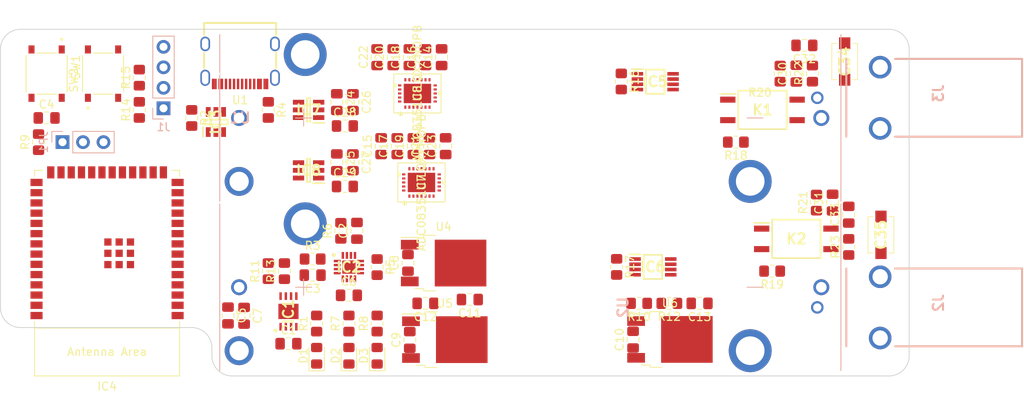
<source format=kicad_pcb>
(kicad_pcb (version 20211014) (generator pcbnew)
  (layers (0 "F.Cu" signal) (1 "In1.Cu" signal) (2 "In2.Cu" signal) (31 "B.Cu" signal) (34 "B.Paste" user) (35 "F.Paste" user) (36 "B.SilkS" user "B.Silkscreen") (37 "F.SilkS" user "F.Silkscreen") (38 "B.Mask" user) (39 "F.Mask" user) (44 "Edge.Cuts" user))
  (net 0 "")
  (net 1 "/USB_D-")
  (net 2 "GND")
  (net 3 "/USB_D+")
  (net 4 "Net-(C1-Pad2)")
  (net 5 "/Vbat")
  (net 6 "+5V")
  (net 7 "Net-(IC2-Pad4)")
  (net 8 "+3V3")
  (net 9 "/ENABLE")
  (net 10 "+3.3VA")
  (net 11 "Net-(C28-Pad1)")
  (net 12 "Net-(C29-Pad1)")
  (net 13 "Net-(C30-Pad1)")
  (net 14 "Net-(C31-Pad1)")
  (net 15 "Net-(C32-Pad1)")
  (net 16 "/Charging")
  (net 17 "/Alarm")
  (net 20 "/SDA")
  (net 21 "/SCL")
  (net 22 "Net-(IC2-Pad1)")
  (net 23 "Net-(IC2-Pad12)")
  (net 24 "Net-(IC2-Pad16)")
  (net 25 "Net-(IC3-Pad4)")
  (net 26 "Net-(IC3-Pad6)")
  (net 27 "/CH1_D0")
  (net 28 "/CH1_D1")
  (net 29 "Net-(R1-Pad1)")
  (net 30 "/CH1_D2")
  (net 32 "Net-(R2-Pad1)")
  (net 34 "/CH1_D3")
  (net 35 "/RX0")
  (net 36 "/TX0")
  (net 40 "/CH1_D4")
  (net 41 "/CH1_D5")
  (net 42 "Net-(R4-Pad1)")
  (net 43 "Net-(D1-Pad2)")
  (net 44 "Net-(D2-Pad2)")
  (net 45 "Net-(IC2-Pad6)")
  (net 46 "/CH1_D6")
  (net 47 "/CH1_D7")
  (net 48 "/I2S_CLK")
  (net 49 "/CH2_D0")
  (net 50 "Net-(D3-Pad2)")
  (net 51 "/LOG")
  (net 52 "/CH2_D1")
  (net 53 "/CH2_D2")
  (net 54 "/CH2_D3")
  (net 55 "/MOSI")
  (net 56 "/SCLK")
  (net 57 "/CH2_D4")
  (net 58 "/CH2_D5")
  (net 59 "/CH2_D6")
  (net 60 "/CH2_D7")
  (net 61 "/VSPI")
  (net 62 "/BOOT")
  (net 66 "/CH1_Gnd_Sel")
  (net 67 "/CH2_Gnd_Sel")
  (net 68 "/CS_A")
  (net 69 "/CS_B")
  (net 70 "Net-(IC5-Pad1)")
  (net 72 "Net-(R10-Pad1)")
  (net 73 "Net-(C24-Pad1)")
  (net 74 "Net-(C25-Pad1)")
  (net 75 "Net-(C33-Pad1)")
  (net 76 "Net-(C34-Pad1)")
  (net 77 "Net-(C35-Pad1)")
  (net 78 "Net-(IC6-Pad1)")
  (net 82 "/RX")
  (net 83 "/TX")
  (net 84 "Net-(C10-Pad1)")
  (net 85 "Net-(K1-Pad2)")
  (net 86 "Net-(K2-Pad2)")
  (net 101 "Net-(D2-Pad1)")
  (footprint "project_library:JZ300" (layer "F.Cu") (at 132 94 90)
    (fp_text reference "C34" (at 0 0 90) (layer "F.SilkS") (effects (font (size 1.27 1.27) (thickness 0.254))))
    (fp_text value "5.5p-30p var" hide)
    (pad "1" smd rect (at -2.2625 0 90) (size 1.475 1.4) (layers "F.Cu" "F.Paste" "F.Mask") (net 76 "Net-(C34-Pad1)"))
    (pad "2" smd rect (at 2.2625 0 90) (size 1.475 1.4) (layers "F.Cu" "F.Paste" "F.Mask") (net 15 "Net-(C32-Pad1)"))
  )
  (footprint "project_library:MCP6S91-E_MS" (layer "F.Cu") (at 108.5 96.5)
    (fp_text reference "IC5" (at 0 0) (layer "F.SilkS") (effects (font (size 1.27 1.27) (thickness 0.254))))
    (fp_text value "MCP6S91-E_MS" hide)
    (pad "1" smd rect (at -2.212 -0.975 90) (size 0.45 1.425) (layers "F.Cu" "F.Paste" "F.Mask") (net 70 "Net-(IC5-Pad1)"))
    (pad "2" smd rect (at -2.212 -0.325 90) (size 0.45 1.425) (layers "F.Cu" "F.Paste" "F.Mask"))
    (pad "3" smd rect (at -2.212 0.325 90) (size 0.45 1.425) (layers "F.Cu" "F.Paste" "F.Mask") (net 2 "GND"))
    (pad "4" smd rect (at -2.212 0.975 90) (size 0.45 1.425) (layers "F.Cu" "F.Paste" "F.Mask") (net 2 "GND"))
    (pad "5" smd rect (at 2.212 0.975 90) (size 0.45 1.425) (layers "F.Cu" "F.Paste" "F.Mask") (net 68 "/CS_A"))
    (pad "6" smd rect (at 2.212 0.325 90) (size 0.45 1.425) (layers "F.Cu" "F.Paste" "F.Mask") (net 55 "/MOSI"))
    (pad "7" smd rect (at 2.212 -0.325 90) (size 0.45 1.425) (layers "F.Cu" "F.Paste" "F.Mask") (net 56 "/SCLK"))
    (pad "8" smd rect (at 2.212 -0.975 90) (size 0.45 1.425) (layers "F.Cu" "F.Paste" "F.Mask") (net 8 "+3V3"))
  )
  (footprint "Capacitor_SMD:C_0805_2012Metric_Pad1.18x1.45mm_HandSolder" (layer "F.Cu") (at 80 124 180)
    (fp_text reference "C12" (at 0 -1.68) (layer "F.SilkS"))
    (fp_text value "10u")
    (pad "1" smd roundrect (at -1.0375 0 180) (size 1.175 1.45) (layers "F.Cu" "F.Paste" "F.Mask") (roundrect_rratio 0.212766) (net 10 "+3.3VA"))
    (pad "2" smd roundrect (at 1.0375 0 180) (size 1.175 1.45) (layers "F.Cu" "F.Paste" "F.Mask") (roundrect_rratio 0.212766) (net 2 "GND"))
  )
  (footprint "Capacitor_SMD:C_0805_2012Metric_Pad1.18x1.45mm_HandSolder" (layer "F.Cu") (at 55.5 125.5 -90)
    (fp_text reference "C5" (at 0 -1.68 90) (layer "F.SilkS"))
    (fp_text value "22u")
    (pad "1" smd roundrect (at -1.0375 0 270) (size 1.175 1.45) (layers "F.Cu" "F.Paste" "F.Mask") (roundrect_rratio 0.212766) (net 8 "+3V3"))
    (pad "2" smd roundrect (at 1.0375 0 270) (size 1.175 1.45) (layers "F.Cu" "F.Paste" "F.Mask") (roundrect_rratio 0.212766) (net 2 "GND"))
  )
  (footprint "project_library:ADC08351CILQX" (layer "F.Cu") (at 79 97.9625 90)
    (fp_text reference "U8" (at 0 0 90) (layer "F.SilkS"))
    (fp_text value "ADC08351CILQX/NOPB" (at 0 0 90) (layer "F.SilkS"))
    (fp_text user "*" (at -2.535 -1.75 90) (layer "F.SilkS"))
    (fp_text user "*" (at -2.535 -1.75 90) (layer "F.SilkS"))
    (pad "1" smd rect (at -1.700002 -1.5 180) (size 0.25 0.4) (layers "F.Cu" "F.Mask") (net 49 "/CH2_D0"))
    (pad "2" smd rect (at -1.700002 -1.000001 180) (size 0.25 0.4) (layers "F.Cu" "F.Mask") (net 52 "/CH2_D1"))
    (pad "3" smd rect (at -1.700002 -0.499999 180) (size 0.25 0.4) (layers "F.Cu" "F.Mask") (net 53 "/CH2_D2"))
    (pad "4" smd rect (at -1.700002 0 180) (size 0.25 0.4) (layers "F.Cu" "F.Mask") (net 54 "/CH2_D3"))
    (pad "5" smd rect (at -1.700002 0.499999 180) (size 0.25 0.4) (layers "F.Cu" "F.Mask") (net 57 "/CH2_D4"))
    (pad "6" smd rect (at -1.700002 1.000001 180) (size 0.25 0.4) (layers "F.Cu" "F.Mask") (net 58 "/CH2_D5"))
    (pad "7" smd rect (at -1.700002 1.5 180) (size 0.25 0.4) (layers "F.Cu" "F.Mask") (net 59 "/CH2_D6"))
    (pad "8" smd rect (at -1.000001 2.200001 90) (size 0.25 0.4) (layers "F.Cu" "F.Mask") (net 60 "/CH2_D7"))
    (pad "9" smd rect (at -0.499999 2.200001 90) (size 0.25 0.4) (layers "F.Cu" "F.Mask"))
    (pad "10" smd rect (at 0 2.200001 90) (size 0.25 0.4) (layers "F.Cu" "F.Mask") (net 8 "+3V3"))
    (pad "11" smd rect (at 0.499999 2.200001 90) (size 0.25 0.4) (layers "F.Cu" "F.Mask") (net 48 "/I2S_CLK"))
    (pad "12" smd rect (at 1.000001 2.200001 90) (size 0.25 0.4) (layers "F.Cu" "F.Mask") (net 8 "+3V3"))
    (pad "13" smd rect (at 1.700002 1.5 180) (size 0.25 0.4) (layers "F.Cu" "F.Mask"))
    (pad "14" smd rect (at 1.700002 1.000001 180) (size 0.25 0.4) (layers "F.Cu" "F.Mask") (net 10 "+3.3VA"))
    (pad "15" smd rect (at 1.700002 0.499999 180) (size 0.25 0.4) (layers "F.Cu" "F.Mask") (net 2 "GND"))
    (pad "16" smd rect (at 1.700002 0 180) (size 0.25 0.4) (layers "F.Cu" "F.Mask") (net 10 "+3.3VA"))
    (pad "17" smd rect (at 1.700002 -0.499999 180) (size 0.25 0.4) (layers "F.Cu" "F.Mask"))
    (pad "18" smd rect (at 1.700002 -1.000001 180) (size 0.25 0.4) (layers "F.Cu" "F.Mask") (net 2 "GND"))
    (pad "19" smd rect (at 1.700002 -1.5 180) (size 0.25 0.4) (layers "F.Cu" "F.Mask") (net 2 "GND"))
    (pad "20" smd rect (at 1.000001 -2.200001 90) (size 0.25 0.4) (layers "F.Cu" "F.Mask"))
    (pad "21" smd rect (at 0.499999 -2.200001 90) (size 0.25 0.4) (layers "F.Cu" "F.Mask") (net 2 "GND"))
    (pad "22" smd rect (at 0 -2.200001 90) (size 0.25 0.4) (layers "F.Cu" "F.Mask") (net 2 "GND"))
    (pad "23" smd rect (at -0.499999 -2.200001 90) (size 0.25 0.4) (layers "F.Cu" "F.Mask") (net 2 "GND"))
    (pad "24" smd rect (at -1.000001 -2.200001 90) (size 0.25 0.4) (layers "F.Cu" "F.Mask"))
    (pad "25" smd rect (at 0 0 90) (size 2.4 3.400001) (layers "F.Cu" "F.Mask"))
  )
  (footprint "Resistor_SMD:R_0805_2012Metric_Pad1.20x1.40mm_HandSolder" (layer "F.Cu") (at 62.5 120 90)
    (fp_text reference "R13" (at 0 -1.65 90) (layer "F.SilkS"))
    (fp_text value "5k")
    (pad "1" smd roundrect (at -1 0 90) (size 1.2 1.4) (layers "F.Cu" "F.Paste" "F.Mask") (roundrect_rratio 0.208333) (net 20 "/SDA"))
    (pad "2" smd roundrect (at 1 0 90) (size 1.2 1.4) (layers "F.Cu" "F.Paste" "F.Mask") (roundrect_rratio 0.208333) (net 8 "+3V3"))
  )
  (footprint "project_library:ESP32-S3-WROOM-1" (layer "F.Cu") (at 40.5 117.25 180)
    (fp_text reference "IC4" (at 0 -17.05) (layer "F.SilkS"))
    (fp_text value "ESP32-S3-WROOM-1-N16")
    (fp_text user "Antenna Area" (at 0 -12.75) (layer "F.SilkS"))
    (pad "1" smd rect (at -8.75 -8.26 180) (size 1.5 0.9) (layers "F.Cu" "F.Paste" "F.Mask") (net 2 "GND"))
    (pad "2" smd rect (at -8.75 -6.99 180) (size 1.5 0.9) (layers "F.Cu" "F.Paste" "F.Mask") (net 8 "+3V3"))
    (pad "3" smd rect (at -8.75 -5.72 180) (size 1.5 0.9) (layers "F.Cu" "F.Paste" "F.Mask") (net 9 "/ENABLE"))
    (pad "4" smd rect (at -8.75 -4.45 180) (size 1.5 0.9) (layers "F.Cu" "F.Paste" "F.Mask") (net 47 "/CH1_D7"))
    (pad "5" smd rect (at -8.75 -3.18 180) (size 1.5 0.9) (layers "F.Cu" "F.Paste" "F.Mask") (net 46 "/CH1_D6"))
    (pad "6" smd rect (at -8.75 -1.91 180) (size 1.5 0.9) (layers "F.Cu" "F.Paste" "F.Mask") (net 41 "/CH1_D5"))
    (pad "7" smd rect (at -8.75 -0.64 180) (size 1.5 0.9) (layers "F.Cu" "F.Paste" "F.Mask") (net 40 "/CH1_D4"))
    (pad "8" smd rect (at -8.75 0.63 180) (size 1.5 0.9) (layers "F.Cu" "F.Paste" "F.Mask") (net 34 "/CH1_D3"))
    (pad "9" smd rect (at -8.75 1.9 180) (size 1.5 0.9) (layers "F.Cu" "F.Paste" "F.Mask") (net 30 "/CH1_D2"))
    (pad "10" smd rect (at -8.75 3.17 180) (size 1.5 0.9) (layers "F.Cu" "F.Paste" "F.Mask") (net 28 "/CH1_D1"))
    (pad "11" smd rect (at -8.75 4.44 180) (size 1.5 0.9) (layers "F.Cu" "F.Paste" "F.Mask") (net 27 "/CH1_D0"))
    (pad "12" smd rect (at -8.75 5.71 180) (size 1.5 0.9) (layers "F.Cu" "F.Paste" "F.Mask") (net 48 "/I2S_CLK"))
    (pad "13" smd rect (at -8.75 6.98 180) (size 1.5 0.9) (layers "F.Cu" "F.Paste" "F.Mask") (net 1 "/USB_D-"))
    (pad "14" smd rect (at -8.75 8.25 180) (size 1.5 0.9) (layers "F.Cu" "F.Paste" "F.Mask") (net 3 "/USB_D+"))
    (pad "15" smd rect (at -6.985 9.5 270) (size 1.5 0.9) (layers "F.Cu" "F.Paste" "F.Mask") (net 60 "/CH2_D7"))
    (pad "16" smd rect (at -5.715 9.5 270) (size 1.5 0.9) (layers "F.Cu" "F.Paste" "F.Mask") (net 51 "/LOG"))
    (pad "17" smd rect (at -4.445 9.5 270) (size 1.5 0.9) (layers "F.Cu" "F.Paste" "F.Mask") (net 59 "/CH2_D6"))
    (pad "18" smd rect (at -3.175 9.5 270) (size 1.5 0.9) (layers "F.Cu" "F.Paste" "F.Mask") (net 58 "/CH2_D5"))
    (pad "19" smd rect (at -1.905 9.5 270) (size 1.5 0.9) (layers "F.Cu" "F.Paste" "F.Mask") (net 55 "/MOSI"))
    (pad "20" smd rect (at -0.635 9.5 270) (size 1.5 0.9) (layers "F.Cu" "F.Paste" "F.Mask") (net 56 "/SCLK"))
    (pad "21" smd rect (at 0.635 9.5 270) (size 1.5 0.9) (layers "F.Cu" "F.Paste" "F.Mask") (net 57 "/CH2_D4"))
    (pad "22" smd rect (at 1.905 9.5 270) (size 1.5 0.9) (layers "F.Cu" "F.Paste" "F.Mask") (net 54 "/CH2_D3"))
    (pad "23" smd rect (at 3.175 9.5 270) (size 1.5 0.9) (layers "F.Cu" "F.Paste" "F.Mask") (net 53 "/CH2_D2"))
    (pad "24" smd rect (at 4.445 9.5 270) (size 1.5 0.9) (layers "F.Cu" "F.Paste" "F.Mask") (net 52 "/CH2_D1"))
    (pad "25" smd rect (at 5.715 9.5 270) (size 1.5 0.9) (layers "F.Cu" "F.Paste" "F.Mask") (net 49 "/CH2_D0"))
    (pad "26" smd rect (at 6.985 9.5 270) (size 1.5 0.9) (layers "F.Cu" "F.Paste" "F.Mask") (net 61 "/VSPI"))
    (pad "27" smd rect (at 8.75 8.25) (size 1.5 0.9) (layers "F.Cu" "F.Paste" "F.Mask") (net 62 "/BOOT"))
    (pad "28" smd rect (at 8.75 6.98) (size 1.5 0.9) (layers "F.Cu" "F.Paste" "F.Mask"))
    (pad "29" smd rect (at 8.75 5.71) (size 1.5 0.9) (layers "F.Cu" "F.Paste" "F.Mask"))
    (pad "30" smd rect (at 8.75 4.44) (size 1.5 0.9) (layers "F.Cu" "F.Paste" "F.Mask"))
    (pad "31" smd rect (at 8.75 3.17) (size 1.5 0.9) (layers "F.Cu" "F.Paste" "F.Mask") (net 66 "/CH1_Gnd_Sel"))
    (pad "32" smd rect (at 8.75 1.9) (size 1.5 0.9) (layers "F.Cu" "F.Paste" "F.Mask") (net 67 "/CH2_Gnd_Sel"))
    (pad "33" smd rect (at 8.75 0.63) (size 1.5 0.9) (layers "F.Cu" "F.Paste" "F.Mask") (net 68 "/CS_A"))
    (pad "34" smd rect (at 8.75 -0.64) (size 1.5 0.9) (layers "F.Cu" "F.Paste" "F.Mask") (net 69 "/CS_B"))
    (pad "35" smd rect (at 8.75 -1.91) (size 1.5 0.9) (layers "F.Cu" "F.Paste" "F.Mask") (net 16 "/Charging"))
    (pad "36" smd rect (at 8.75 -3.18) (size 1.5 0.9) (layers "F.Cu" "F.Paste" "F.Mask") (net 35 "/RX0"))
    (pad "37" smd rect (at 8.75 -4.45) (size 1.5 0.9) (layers "F.Cu" "F.Paste" "F.Mask") (net 36 "/TX0"))
    (pad "38" smd rect (at 8.75 -5.72) (size 1.5 0.9) (layers "F.Cu" "F.Paste" "F.Mask") (net 21 "/SCL"))
    (pad "39" smd rect (at 8.75 -6.99) (size 1.5 0.9) (layers "F.Cu" "F.Paste" "F.Mask") (net 20 "/SDA"))
    (pad "40" smd rect (at 8.75 -8.26) (size 1.5 0.9) (layers "F.Cu" "F.Paste" "F.Mask") (net 2 "GND"))
    (pad "41" smd rect (at -0.1 -1.94) (size 0.9 0.9) (layers "F.Cu" "F.Paste" "F.Mask") (net 2 "GND"))
    (pad "41" smd rect (at -2.9 0.86) (size 0.9 0.9) (layers "F.Cu" "F.Paste" "F.Mask") (net 2 "GND"))
    (pad "41" smd rect (at -2.9 -1.94) (size 0.9 0.9) (layers "F.Cu" "F.Paste" "F.Mask") (net 2 "GND"))
    (pad "41" smd rect (at -0.1 0.86) (size 0.9 0.9) (layers "F.Cu" "F.Paste" "F.Mask") (net 2 "GND"))
    (pad "41" smd rect (at -2.9 -0.54) (size 0.9 0.9) (layers "F.Cu" "F.Paste" "F.Mask") (net 2 "GND"))
    (pad "41" smd rect (at -0.1 -0.54) (size 0.9 0.9) (layers "F.Cu" "F.Paste" "F.Mask") (net 2 "GND"))
    (pad "41" smd rect (at -1.5 0.86) (size 0.9 0.9) (layers "F.Cu" "F.Paste" "F.Mask") (net 2 "GND"))
    (pad "41" smd rect (at -1.5 -1.94) (size 0.9 0.9) (layers "F.Cu" "F.Paste" "F.Mask") (net 2 "GND"))
    (pad "41" smd rect (at -1.5 -0.54) (size 0.9 0.9) (layers "F.Cu" "F.Paste" "F.Mask") (net 2 "GND"))
  )
  (footprint "Capacitor_SMD:C_0805_2012Metric_Pad1.18x1.45mm_HandSolder" (layer "F.Cu") (at 70 109.5)
    (fp_text reference "C29" (at 0 -1.68) (layer "F.SilkS"))
    (fp_text value "0.1u")
    (pad "1" smd roundrect (at -1.0375 0) (size 1.175 1.45) (layers "F.Cu" "F.Paste" "F.Mask") (roundrect_rratio 0.212766) (net 12 "Net-(C29-Pad1)"))
    (pad "2" smd roundrect (at 1.0375 0) (size 1.175 1.45) (layers "F.Cu" "F.Paste" "F.Mask") (roundrect_rratio 0.212766) (net 2 "GND"))
  )
  (footprint "Capacitor_SMD:C_0805_2012Metric_Pad1.18x1.45mm_HandSolder" (layer "F.Cu") (at 76.5 104.5 90)
    (fp_text reference "C17" (at 0 -1.68 90) (layer "F.SilkS"))
    (fp_text value "10u")
    (pad "1" smd roundrect (at -1.0375 0 90) (size 1.175 1.45) (layers "F.Cu" "F.Paste" "F.Mask") (roundrect_rratio 0.212766) (net 8 "+3V3"))
    (pad "2" smd roundrect (at 1.0375 0 90) (size 1.175 1.45) (layers "F.Cu" "F.Paste" "F.Mask") (roundrect_rratio 0.212766) (net 2 "GND"))
  )
  (footprint "Resistor_SMD:R_0805_2012Metric_Pad1.20x1.40mm_HandSolder" (layer "F.Cu") (at 128.5 111.5 90)
    (fp_text reference "R21" (at 0 -1.65 90) (layer "F.SilkS"))
    (fp_text value "100k")
    (pad "1" smd roundrect (at -1 0 90) (size 1.2 1.4) (layers "F.Cu" "F.Paste" "F.Mask") (roundrect_rratio 0.208333) (net 14 "Net-(C31-Pad1)"))
    (pad "2" smd roundrect (at 1 0 90) (size 1.2 1.4) (layers "F.Cu" "F.Paste" "F.Mask") (roundrect_rratio 0.208333) (net 2 "GND"))
  )
  (footprint "Resistor_SMD:R_0805_2012Metric_Pad1.20x1.40mm_HandSolder" (layer "F.Cu") (at 60.5 100 -90)
    (fp_text reference "R4" (at 0 -1.65 90) (layer "F.SilkS"))
    (fp_text value "5k1")
    (pad "1" smd roundrect (at -1 0 270) (size 1.2 1.4) (layers "F.Cu" "F.Paste" "F.Mask") (roundrect_rratio 0.208333) (net 42 "Net-(R4-Pad1)"))
    (pad "2" smd roundrect (at 1 0 270) (size 1.2 1.4) (layers "F.Cu" "F.Paste" "F.Mask") (roundrect_rratio 0.208333) (net 2 "GND"))
  )
  (footprint "Resistor_SMD:R_0805_2012Metric_Pad1.20x1.40mm_HandSolder" (layer "F.Cu") (at 66 118.5)
    (fp_text reference "R3" (at 0 -1.65) (layer "F.SilkS"))
    (fp_text value "10k")
    (pad "1" smd roundrect (at -1 0) (size 1.2 1.4) (layers "F.Cu" "F.Paste" "F.Mask") (roundrect_rratio 0.208333) (net 2 "GND"))
    (pad "2" smd roundrect (at 1 0) (size 1.2 1.4) (layers "F.Cu" "F.Paste" "F.Mask") (roundrect_rratio 0.208333) (net 22 "Net-(IC2-Pad1)"))
  )
  (footprint "LED_SMD:LED_0805_2012Metric_Pad1.15x1.40mm_HandSolder" (layer "F.Cu") (at 66.5 130.5 90)
    (fp_text reference "D1" (at 0 -1.65 90) (layer "F.SilkS"))
    (fp_text value "LOW_BATTERY")
    (pad "1" smd roundrect (at -1.025 0 90) (size 1.15 1.4) (layers "F.Cu" "F.Paste" "F.Mask") (roundrect_rratio 0.217391) (net 2 "GND"))
    (pad "2" smd roundrect (at 1.025 0 90) (size 1.15 1.4) (layers "F.Cu" "F.Paste" "F.Mask") (roundrect_rratio 0.217391) (net 43 "Net-(D1-Pad2)"))
  )
  (footprint "Resistor_SMD:R_0805_2012Metric_Pad1.20x1.40mm_HandSolder" (layer "F.Cu") (at 124 95.5 90)
    (fp_text reference "R20" (at -2.35 -2.5) (layer "F.SilkS"))
    (fp_text value "100k")
    (pad "1" smd roundrect (at -1 0 90) (size 1.2 1.4) (layers "F.Cu" "F.Paste" "F.Mask") (roundrect_rratio 0.208333) (net 13 "Net-(C30-Pad1)"))
    (pad "2" smd roundrect (at 1 0 90) (size 1.2 1.4) (layers "F.Cu" "F.Paste" "F.Mask") (roundrect_rratio 0.208333) (net 2 "GND"))
  )
  (footprint "Resistor_SMD:R_0805_2012Metric_Pad1.20x1.40mm_HandSolder" (layer "F.Cu") (at 66.5 126.5 90)
    (fp_text reference "R1" (at 0 -1.65 90) (layer "F.SilkS"))
    (fp_text value "1k5")
    (pad "1" smd roundrect (at -1 0 90) (size 1.2 1.4) (layers "F.Cu" "F.Paste" "F.Mask") (roundrect_rratio 0.208333) (net 43 "Net-(D1-Pad2)"))
    (pad "2" smd roundrect (at 1 0 90) (size 1.2 1.4) (layers "F.Cu" "F.Paste" "F.Mask") (roundrect_rratio 0.208333) (net 17 "/Alarm"))
  )
  (footprint "Resistor_SMD:R_0805_2012Metric_Pad1.20x1.40mm_HandSolder" (layer "F.Cu") (at 74 126.5 90)
    (fp_text reference "R8" (at 0 -1.65 90) (layer "F.SilkS"))
    (fp_text value "1k5")
    (pad "1" smd roundrect (at -1 0 90) (size 1.2 1.4) (layers "F.Cu" "F.Paste" "F.Mask") (roundrect_rratio 0.208333) (net 50 "Net-(D3-Pad2)"))
    (pad "2" smd roundrect (at 1 0 90) (size 1.2 1.4) (layers "F.Cu" "F.Paste" "F.Mask") (roundrect_rratio 0.208333) (net 5 "/Vbat"))
  )
  (footprint "Capacitor_SMD:C_0805_2012Metric_Pad1.18x1.45mm_HandSolder" (layer "F.Cu") (at 77.825 118.975 90)
    (fp_text reference "C8" (at 0 -1.68 90) (layer "F.SilkS"))
    (fp_text value "10u")
    (pad "1" smd roundrect (at -1.0375 0 90) (size 1.175 1.45) (layers "F.Cu" "F.Paste" "F.Mask") (roundrect_rratio 0.212766) (net 84 "Net-(C10-Pad1)"))
    (pad "2" smd roundrect (at 1.0375 0 90) (size 1.175 1.45) (layers "F.Cu" "F.Paste" "F.Mask") (roundrect_rratio 0.212766) (net 2 "GND"))
  )
  (footprint "project_library:AQY210EHAX" (layer "F.Cu") (at 121.8 100)
    (fp_text reference "K1" (at 0 0) (layer "F.SilkS") (effects (font (size 1.27 1.27) (thickness 0.254))))
    (fp_text value "AQY210EHA" hide)
    (pad "1" smd rect (at -4.3 -1.27 90) (size 0.75 1.9) (layers "F.Cu" "F.Paste" "F.Mask") (net 66 "/CH1_Gnd_Sel"))
    (pad "2" smd rect (at -4.3 1.27 90) (size 0.75 1.9) (layers "F.Cu" "F.Paste" "F.Mask") (net 85 "Net-(K1-Pad2)"))
    (pad "3" smd rect (at 4.3 1.27 90) (size 0.75 1.9) (layers "F.Cu" "F.Paste" "F.Mask") (net 15 "Net-(C32-Pad1)"))
    (pad "4" smd rect (at 4.3 -1.27 90) (size 0.75 1.9) (layers "F.Cu" "F.Paste" "F.Mask") (net 13 "Net-(C30-Pad1)"))
  )
  (footprint "Resistor_SMD:R_0805_2012Metric_Pad1.20x1.40mm_HandSolder" (layer "F.Cu") (at 51 101 -90)
    (fp_text reference "R2" (at 0 -1.65 90) (layer "F.SilkS"))
    (fp_text value "5k1")
    (pad "1" smd roundrect (at -1 0 270) (size 1.2 1.4) (layers "F.Cu" "F.Paste" "F.Mask") (roundrect_rratio 0.208333) (net 32 "Net-(R2-Pad1)"))
    (pad "2" smd roundrect (at 1 0 270) (size 1.2 1.4) (layers "F.Cu" "F.Paste" "F.Mask") (roundrect_rratio 0.208333) (net 2 "GND"))
  )
  (footprint "project_library:JZ300" (layer "F.Cu") (at 136.5 115.5 90)
    (fp_text reference "C35" (at 0 0 90) (layer "F.SilkS") (effects (font (size 1.27 1.27) (thickness 0.254))))
    (fp_text value "5.5p-30p var" hide)
    (pad "1" smd rect (at -2.2625 0 90) (size 1.475 1.4) (layers "F.Cu" "F.Paste" "F.Mask") (net 77 "Net-(C35-Pad1)"))
    (pad "2" smd rect (at 2.2625 0 90) (size 1.475 1.4) (layers "F.Cu" "F.Paste" "F.Mask") (net 75 "Net-(C33-Pad1)"))
  )
  (footprint "Capacitor_SMD:C_0805_2012Metric_Pad1.18x1.45mm_HandSolder" (layer "F.Cu") (at 57.5 125.5375 -90)
    (fp_text reference "C7" (at 0 -1.68 90) (layer "F.SilkS"))
    (fp_text value "0.1u")
    (pad "1" smd roundrect (at -1.0375 0 270) (size 1.175 1.45) (layers "F.Cu" "F.Paste" "F.Mask") (roundrect_rratio 0.212766) (net 8 "+3V3"))
    (pad "2" smd roundrect (at 1.0375 0 270) (size 1.175 1.45) (layers "F.Cu" "F.Paste" "F.Mask") (roundrect_rratio 0.212766) (net 2 "GND"))
  )
  (footprint "project_library:USBLC6-2SC6" (layer "F.Cu") (at 54 101.5 90)
    (fp_text reference "IC3" (at 0 0 90) (layer "F.SilkS") (effects (font (size 1.27 1.27) (thickness 0.254))))
    (fp_text value "USBLC6-2SC6" hide)
    (pad "1" smd rect (at -1.25 -0.95 180) (size 0.6 1.2) (layers "F.Cu" "F.Paste" "F.Mask") (net 1 "/USB_D-"))
    (pad "2" smd rect (at -1.25 0 180) (size 0.6 1.2) (layers "F.Cu" "F.Paste" "F.Mask") (net 2 "GND"))
    (pad "3" smd rect (at -1.25 0.95 180) (size 0.6 1.2) (layers "F.Cu" "F.Paste" "F.Mask") (net 3 "/USB_D+"))
    (pad "4" smd rect (at 1.25 0.95 180) (size 0.6 1.2) (layers "F.Cu" "F.Paste" "F.Mask") (net 25 "Net-(IC3-Pad4)"))
    (pad "5" smd rect (at 1.25 0 180) (size 0.6 1.2) (layers "F.Cu" "F.Paste" "F.Mask") (net 6 "+5V"))
    (pad "6" smd rect (at 1.25 -0.95 180) (size 0.6 1.2) (layers "F.Cu" "F.Paste" "F.Mask") (net 26 "Net-(IC3-Pad6)"))
  )
  (footprint "Capacitor_SMD:C_0805_2012Metric_Pad1.18x1.45mm_HandSolder" (layer "F.Cu") (at 70.5 123)
    (fp_text reference "C6" (at 0 -1.68) (layer "F.SilkS"))
    (fp_text value "4u7")
    (pad "1" smd roundrect (at -1.0375 0) (size 1.175 1.45) (layers "F.Cu" "F.Paste" "F.Mask") (roundrect_rratio 0.212766) (net 5 "/Vbat"))
    (pad "2" smd roundrect (at 1.0375 0) (size 1.175 1.45) (layers "F.Cu" "F.Paste" "F.Mask") (roundrect_rratio 0.212766) (net 2 "GND"))
  )
  (footprint "Capacitor_SMD:C_0805_2012Metric_Pad1.18x1.45mm_HandSolder" (layer "F.Cu") (at 80.5 104.5 90)
    (fp_text reference "C21" (at 0 -1.68 90) (layer "F.SilkS"))
    (fp_text value "0.1u")
    (pad "1" smd roundrect (at -1.0375 0 90) (size 1.175 1.45) (layers "F.Cu" "F.Paste" "F.Mask") (roundrect_rratio 0.212766) (net 10 "+3.3VA"))
    (pad "2" smd roundrect (at 1.0375 0 90) (size 1.175 1.45) (layers "F.Cu" "F.Paste" "F.Mask") (roundrect_rratio 0.212766) (net 2 "GND"))
  )
  (footprint "Capacitor_SMD:C_0805_2012Metric_Pad1.18x1.45mm_HandSolder" (layer "F.Cu") (at 71 99.0375 -90)
    (fp_text reference "C26" (at 0 -1.68 90) (layer "F.SilkS"))
    (fp_text value "10u")
    (pad "1" smd roundrect (at -1.0375 0 270) (size 1.175 1.45) (layers "F.Cu" "F.Paste" "F.Mask") (roundrect_rratio 0.212766) (net 73 "Net-(C24-Pad1)"))
    (pad "2" smd roundrect (at 1.0375 0 270) (size 1.175 1.45) (layers "F.Cu" "F.Paste" "F.Mask") (roundrect_rratio 0.212766) (net 2 "GND"))
  )
  (footprint "Capacitor_SMD:C_0805_2012Metric_Pad1.18x1.45mm_HandSolder" (layer "F.Cu") (at 82 93.4625 90)
    (fp_text reference "C14" (at 0 -1.68 90) (layer "F.SilkS"))
    (fp_text value "0.1u")
    (pad "1" smd roundrect (at -1.0375 0 90) (size 1.175 1.45) (layers "F.Cu" "F.Paste" "F.Mask") (roundrect_rratio 0.212766) (net 8 "+3V3"))
    (pad "2" smd roundrect (at 1.0375 0 90) (size 1.175 1.45) (layers "F.Cu" "F.Paste" "F.Mask") (roundrect_rratio 0.212766) (net 2 "GND"))
  )
  (footprint "Resistor_SMD:R_0805_2012Metric_Pad1.20x1.40mm_HandSolder" (layer "F.Cu") (at 44.5 96 90)
    (fp_text reference "R15" (at 0 -1.65 90) (layer "F.SilkS"))
    (fp_text value "470")
    (pad "1" smd roundrect (at -1 0 90) (size 1.2 1.4) (layers "F.Cu" "F.Paste" "F.Mask") (roundrect_rratio 0.208333) (net 36 "/TX0"))
    (pad "2" smd roundrect (at 1 0 90) (size 1.2 1.4) (layers "F.Cu" "F.Paste" "F.Mask") (roundrect_rratio 0.208333) (net 83 "/TX"))
  )
  (footprint "Resistor_SMD:R_0805_2012Metric_Pad1.20x1.40mm_HandSolder" (layer "F.Cu") (at 103.712 119.475 -90)
    (fp_text reference "R17" (at 0 -1.65 90) (layer "F.SilkS"))
    (fp_text value "5k1")
    (pad "1" smd roundrect (at -1 0 270) (size 1.2 1.4) (layers "F.Cu" "F.Paste" "F.Mask") (roundrect_rratio 0.208333) (net 78 "Net-(IC6-Pad1)"))
    (pad "2" smd roundrect (at 1 0 270) (size 1.2 1.4) (layers "F.Cu" "F.Paste" "F.Mask") (roundrect_rratio 0.208333) (net 2 "GND"))
  )
  (footprint "Resistor_SMD:R_0805_2012Metric_Pad1.20x1.40mm_HandSolder" (layer "F.Cu") (at 44.5 100 90)
    (fp_text reference "R14" (at 0 -1.65 90) (layer "F.SilkS"))
    (fp_text value "470")
    (pad "1" smd roundrect (at -1 0 90) (size 1.2 1.4) (layers "F.Cu" "F.Paste" "F.Mask") (roundrect_rratio 0.208333) (net 35 "/RX0"))
    (pad "2" smd roundrect (at 1 0 90) (size 1.2 1.4) (layers "F.Cu" "F.Paste" "F.Mask") (roundrect_rratio 0.208333) (net 82 "/RX"))
  )
  (footprint "Capacitor_SMD:C_0805_2012Metric_Pad1.18x1.45mm_HandSolder" (layer "F.Cu") (at 105.75 128.5 90)
    (fp_text reference "C10" (at 0 -1.68 90) (layer "F.SilkS"))
    (fp_text value "10u")
    (pad "1" smd roundrect (at -1.0375 0 90) (size 1.175 1.45) (layers "F.Cu" "F.Paste" "F.Mask") (roundrect_rratio 0.212766) (net 84 "Net-(C10-Pad1)"))
    (pad "2" smd roundrect (at 1.0375 0 90) (size 1.175 1.45) (layers "F.Cu" "F.Paste" "F.Mask") (roundrect_rratio 0.212766) (net 2 "GND"))
  )
  (footprint "Capacitor_SMD:C_0805_2012Metric_Pad1.18x1.45mm_HandSolder" (layer "F.Cu") (at 76 93.4625 90)
    (fp_text reference "C20" (at 0 -1.68 90) (layer "F.SilkS"))
    (fp_text value "0.1u")
    (pad "1" smd roundrect (at -1.0375 0 90) (size 1.175 1.45) (layers "F.Cu" "F.Paste" "F.Mask") (roundrect_rratio 0.212766) (net 10 "+3.3VA"))
    (pad "2" smd roundrect (at 1.0375 0 90) (size 1.175 1.45) (layers "F.Cu" "F.Paste" "F.Mask") (roundrect_rratio 0.212766) (net 2 "GND"))
  )
  (footprint "Capacitor_SMD:C_0805_2012Metric_Pad1.18x1.45mm_HandSolder" (layer "F.Cu") (at 130.5 111.5 90)
    (fp_text reference "C31" (at 0 -1.68 90) (layer "F.SilkS"))
    (fp_text value "47n")
    (pad "1" smd roundrect (at -1.0375 0 90) (size 1.175 1.45) (layers "F.Cu" "F.Paste" "F.Mask") (roundrect_rratio 0.212766) (net 14 "Net-(C31-Pad1)"))
    (pad "2" smd roundrect (at 1.0375 0 90) (size 1.175 1.45) (layers "F.Cu" "F.Paste" "F.Mask") (roundrect_rratio 0.212766) (net 2 "GND"))
  )
  (footprint "Resistor_SMD:R_0805_2012Metric_Pad1.20x1.40mm_HandSolder" (layer "F.Cu") (at 123 120 180)
    (fp_text reference "R19" (at 0 -1.65) (layer "F.SilkS"))
    (fp_text value "1k")
    (pad "1" smd roundrect (at -1 0 180) (size 1.2 1.4) (layers "F.Cu" "F.Paste" "F.Mask") (roundrect_rratio 0.208333) (net 2 "GND"))
    (pad "2" smd roundrect (at 1 0 180) (size 1.2 1.4) (layers "F.Cu" "F.Paste" "F.Mask") (roundrect_rratio 0.208333) (net 86 "Net-(K2-Pad2)"))
  )
  (footprint "Capacitor_SMD:C_0805_2012Metric_Pad1.18x1.45mm_HandSolder" (layer "F.Cu") (at 69 99.0375 -90)
    (fp_text reference "C24" (at 0 -1.68 90) (layer "F.SilkS"))
    (fp_text value "0.1u")
    (pad "1" smd roundrect (at -1.0375 0 270) (size 1.175 1.45) (layers "F.Cu" "F.Paste" "F.Mask") (roundrect_rratio 0.212766) (net 73 "Net-(C24-Pad1)"))
    (pad "2" smd roundrect (at 1.0375 0 270) (size 1.175 1.45) (layers "F.Cu" "F.Paste" "F.Mask") (roundrect_rratio 0.212766) (net 2 "GND"))
  )
  (footprint "Capacitor_SMD:C_0805_2012Metric_Pad1.18x1.45mm_HandSolder" (layer "F.Cu") (at 78.5 104.5 90)
    (fp_text reference "C19" (at 0 -1.68 90) (layer "F.SilkS"))
    (fp_text value "0.1u")
    (pad "1" smd roundrect (at -1.0375 0 90) (size 1.175 1.45) (layers "F.Cu" "F.Paste" "F.Mask") (roundrect_rratio 0.212766) (net 10 "+3.3VA"))
    (pad "2" smd roundrect (at 1.0375 0 90) (size 1.175 1.45) (layers "F.Cu" "F.Paste" "F.Mask") (roundrect_rratio 0.212766) (net 2 "GND"))
  )
  (footprint "Capacitor_SMD:C_0805_2012Metric_Pad1.18x1.45mm_HandSolder" (layer "F.Cu") (at 78 93.4625 90)
    (fp_text reference "C18" (at 0 -1.68 90) (layer "F.SilkS"))
    (fp_text value "0.1u")
    (pad "1" smd roundrect (at -1.0375 0 90) (size 1.175 1.45) (layers "F.Cu" "F.Paste" "F.Mask") (roundrect_rratio 0.212766) (net 10 "+3.3VA"))
    (pad "2" smd roundrect (at 1.0375 0 90) (size 1.175 1.45) (layers "F.Cu" "F.Paste" "F.Mask") (roundrect_rratio 0.212766) (net 2 "GND"))
  )
  (footprint "project_library:AQY210EHAX" (layer "F.Cu") (at 126 116)
    (fp_text reference "K2" (at 0 0) (layer "F.SilkS") (effects (font (size 1.27 1.27) (thickness 0.254))))
    (fp_text value "AQY210EHA" hide)
    (pad "1" smd rect (at -4.3 -1.27 90) (size 0.75 1.9) (layers "F.Cu" "F.Paste" "F.Mask") (net 67 "/CH2_Gnd_Sel"))
    (pad "2" smd rect (at -4.3 1.27 90) (size 0.75 1.9) (layers "F.Cu" "F.Paste" "F.Mask") (net 86 "Net-(K2-Pad2)"))
    (pad "3" smd rect (at 4.3 1.27 90) (size 0.75 1.9) (layers "F.Cu" "F.Paste" "F.Mask") (net 75 "Net-(C33-Pad1)"))
    (pad "4" smd rect (at 4.3 -1.27 90) (size 0.75 1.9) (layers "F.Cu" "F.Paste" "F.Mask") (net 14 "Net-(C31-Pad1)"))
  )
  (footprint "project_library:MCP4726A1T-E_CH" (layer "F.Cu") (at 65.5 107.5 180)
    (fp_text reference "IC8" (at 0 0) (layer "F.SilkS") (effects (font (size 1.27 1.27) (thickness 0.254))))
    (fp_text value "MCP4726A1T-E_CH" hide)
    (pad "1" smd rect (at -1.25 -0.95 270) (size 0.6 1.4) (layers "F.Cu" "F.Paste" "F.Mask") (net 12 "Net-(C29-Pad1)"))
    (pad "2" smd rect (at -1.25 0 270) (size 0.6 1.4) (layers "F.Cu" "F.Paste" "F.Mask") (net 2 "GND"))
    (pad "3" smd rect (at -1.25 0.95 270) (size 0.6 1.4) (layers "F.Cu" "F.Paste" "F.Mask") (net 74 "Net-(C25-Pad1)"))
    (pad "4" smd rect (at 1.25 0.95 270) (size 0.6 1.4) (layers "F.Cu" "F.Paste" "F.Mask") (net 20 "/SDA"))
    (pad "5" smd rect (at 1.25 0 270) (size 0.6 1.4) (layers "F.Cu" "F.Paste" "F.Mask") (net 21 "/SCL"))
    (pad "6" smd rect (at 1.25 -0.95 270) (size 0.6 1.4) (layers "F.Cu" "F.Paste" "F.Mask"))
  )
  (footprint "Capacitor_SMD:C_0805_2012Metric_Pad1.18x1.45mm_HandSolder" (layer "F.Cu") (at 33 101)
    (fp_text reference "C4" (at 0 -1.68) (layer "F.SilkS"))
    (fp_text value "1u")
    (pad "1" smd roundrect (at -1.0375 0) (size 1.175 1.45) (layers "F.Cu" "F.Paste" "F.Mask") (roundrect_rratio 0.212766) (net 9 "/ENABLE"))
    (pad "2" smd roundrect (at 1.0375 0) (size 1.175 1.45) (layers "F.Cu" "F.Paste" "F.Mask") (roundrect_rratio 0.212766) (net 2 "GND"))
  )
  (footprint "Resistor_SMD:R_0805_2012Metric_Pad1.20x1.40mm_HandSolder" (layer "F.Cu") (at 60.5 120 90)
    (fp_text reference "R11" (at 0 -1.65 90) (layer "F.SilkS"))
    (fp_text value "5k")
    (pad "1" smd roundrect (at -1 0 90) (size 1.2 1.4) (layers "F.Cu" "F.Paste" "F.Mask") (roundrect_rratio 0.208333) (net 21 "/SCL"))
    (pad "2" smd roundrect (at 1 0 90) (size 1.2 1.4) (layers "F.Cu" "F.Paste" "F.Mask") (roundrect_rratio 0.208333) (net 8 "+3V3"))
  )
  (footprint "Capacitor_SMD:C_0805_2012Metric_Pad1.18x1.45mm_HandSolder" (layer "F.Cu") (at 63 129)
    (fp_text reference "C1" (at 0 -1.68) (layer "F.SilkS"))
    (fp_text value "1u")
    (pad "1" smd roundrect (at -1.0375 0) (size 1.175 1.45) (layers "F.Cu" "F.Paste" "F.Mask") (roundrect_rratio 0.212766) (net 2 "GND"))
    (pad "2" smd roundrect (at 1.0375 0) (size 1.175 1.45) (layers "F.Cu" "F.Paste" "F.Mask") (roundrect_rratio 0.212766) (net 4 "Net-(C1-Pad2)"))
  )
  (footprint "Capacitor_SMD:C_0805_2012Metric_Pad1.18x1.45mm_HandSolder" (layer "F.Cu") (at 69 106.5 -90)
    (fp_text reference "C25" (at 0 -1.68 90) (layer "F.SilkS"))
    (fp_text value "0.1u")
    (pad "1" smd roundrect (at -1.0375 0 270) (size 1.175 1.45) (layers "F.Cu" "F.Paste" "F.Mask") (roundrect_rratio 0.212766) (net 74 "Net-(C25-Pad1)"))
    (pad "2" smd roundrect (at 1.0375 0 270) (size 1.175 1.45) (layers "F.Cu" "F.Paste" "F.Mask") (roundrect_rratio 0.212766) (net 2 "GND"))
  )
  (footprint "project_library:USB-TYPE-C-018" (layer "F.Cu") (at 57 93 180)
    (fp_text reference "U1" (at 0 -5.7841) (layer "F.SilkS"))
    (fp_text value "USB-C_SMD-TYPE-C-31-M-12")
    (pad "" np_thru_hole circle (at -2.90094 -2.515621 180) (size 0.750013 0.750013) (drill 0.750013) (layers *.Cu *.Mask))
    (pad "" np_thru_hole circle (at 2.898908 -2.515621 180) (size 0.750013 0.750013) (drill 0.750013) (layers *.Cu *.Mask))
    (pad "0" thru_hole oval (at -4.326137 -3.015748 180) (size 1.2 2) (drill oval 0.8 1.600025) (layers *.Cu *.Mask) (net 29 "Net-(R1-Pad1)"))
    (pad "1" thru_hole oval (at 4.324105 -3.015748 180) (size 1.2 2) (drill oval 0.8 1.599975) (layers *.Cu *.Mask) (net 29 "Net-(R1-Pad1)"))
    (pad "2" thru_hole oval (at 4.324105 1.18415 180) (size 1.2 1.8) (drill oval 0.8 1.4) (layers *.Cu *.Mask) (net 29 "Net-(R1-Pad1)"))
    (pad "3" thru_hole oval (at -4.326137 1.18415 180) (size 1.2 1.8) (drill oval 0.8 1.4) (layers *.Cu *.Mask) (net 29 "Net-(R1-Pad1)"))
    (pad "A1" smd rect (at -3.351029 -3.7841 180) (size 0.3 1.3) (layers "F.Cu" "F.Paste" "F.Mask") (net 2 "GND"))
    (pad "A4" smd rect (at -2.550927 -3.7841 180) (size 0.3 1.3) (layers "F.Cu" "F.Paste" "F.Mask") (net 6 "+5V"))
    (pad "A5" smd rect (at -1.250953 -3.7841 180) (size 0.3 1.3) (layers "F.Cu" "F.Paste" "F.Mask") (net 42 "Net-(R4-Pad1)"))
    (pad "A6" smd rect (at -0.250953 -3.7841 180) (size 0.3 1.3) (layers "F.Cu" "F.Paste" "F.Mask") (net 7 "Net-(IC2-Pad4)"))
    (pad "A7" smd rect (at 0.24892 -3.7841 180) (size 0.3 1.3) (layers "F.Cu" "F.Paste" "F.Mask") (net 45 "Net-(IC2-Pad6)"))
    (pad "A8" smd rect (at 1.248666 -3.7841 180) (size 0.3 1.3) (layers "F.Cu" "F.Paste" "F.Mask"))
    (pad "A9" smd rect (at 2.549149 -3.7841 180) (size 0.3 1.3) (layers "F.Cu" "F.Paste" "F.Mask") (net 6 "+5V"))
    (pad "A12" smd rect (at 3.348997 -3.7841 180) (size 0.3 1.3) (layers "F.Cu" "F.Paste" "F.Mask") (net 2 "GND"))
    (pad "B1" smd rect (at 3.049022 -3.7841 180) (size 0.3 1.3) (layers "F.Cu" "F.Paste" "F.Mask") (net 2 "GND"))
    (pad "B4" smd rect (at 2.24892 -3.7841 180) (size 0.3 1.3) (layers "F.Cu" "F.Paste" "F.Mask") (net 6 "+5V"))
    (pad "B5" smd rect (at 1.749047 -3.7841 180) (size 0.3 1.3) (layers "F.Cu" "F.Paste" "F.Mask") (net 32 "Net-(R2-Pad1)"))
    (pad "B6" smd rect (at 0.749047 -3.7841 180) (size 0.3 1.3) (layers "F.Cu" "F.Paste" "F.Mask") (net 7 "Net-(IC2-Pad4)"))
    (pad "B7" smd rect (at -0.75108 -3.7841 180) (size 0.3 1.3) (layers "F.Cu" "F.Paste" "F.Mask") (net 45 "Net-(IC2-Pad6)"))
    (pad "B8" smd rect (at -1.75108 -3.7841 180) (size 0.3 1.3) (layers "F.Cu" "F.Paste" "F.Mask"))
    (pad "B9" smd rect (at -2.250953 -3.7841 180) (size 0.3 1.3) (layers "F.Cu" "F.Paste" "F.Mask") (net 6 "+5V"))
    (pad "B12" smd rect (at -3.051054 -3.7841 180) (size 0.3 1.3) (layers "F.Cu" "F.Paste" "F.Mask") (net 2 "GND"))
  )
  (footprint "Capacitor_SMD:C_0805_2012Metric_Pad1.18x1.45mm_HandSolder" (layer "F.Cu") (at 126 95.5 90)
    (fp_text reference "C30" (at 0 -1.68 90) (layer "F.SilkS"))
    (fp_text value "47n")
    (pad "1" smd roundrect (at -1.0375 0 90) (size 1.175 1.45) (layers "F.Cu" "F.Paste" "F.Mask") (roundrect_rratio 0.212766) (net 13 "Net-(C30-Pad1)"))
    (pad "2" smd roundrect (at 1.0375 0 90) (size 1.175 1.45) (layers "F.Cu" "F.Paste" "F.Mask") (roundrect_rratio 0.212766) (net 2 "GND"))
  )
  (footprint "project_library:LC709203FQH-01TWG" (layer "F.Cu") (at 63 125 90)
    (fp_text reference "IC1" (at 0 0 90) (layer "F.SilkS") (effects (font (size 1.27 1.27) (thickness 0.254))))
    (fp_text value "LC709203FQH-01TWG" hide)
    (pad "1" smd rect (at -1.9 -0.975 180) (size 0.3 0.95) (layers "F.Cu" "F.Paste" "F.Mask") (net 2 "GND"))
    (pad "2" smd rect (at -1.9 -0.325 180) (size 0.3 0.95) (layers "F.Cu" "F.Paste" "F.Mask") (net 2 "GND"))
    (pad "3" smd rect (at -1.9 0.325 180) (size 0.3 0.95) (layers "F.Cu" "F.Paste" "F.Mask") (net 4 "Net-(C1-Pad2)"))
    (pad "4" smd rect (at -1.9 0.975 180) (size 0.3 0.95) (layers "F.Cu" "F.Paste" "F.Mask") (net 17 "/Alarm"))
    (pad "5" smd rect (at 1.9 0.975 180) (size 0.3 0.95) (layers "F.Cu" "F.Paste" "F.Mask"))
    (pad "6" smd rect (at 1.9 0.325 180) (size 0.3 0.95) (layers "F.Cu" "F.Paste" "F.Mask"))
    (pad "7" smd rect (at 1.9 -0.325 180) (size 0.3 0.95) (layers "F.Cu" "F.Paste" "F.Mask") (net 20 "/SDA"))
    (pad "8" smd rect (at 1.9 -0.975 180) (size 0.3 0.95) (layers "F.Cu" "F.Paste" "F.Mask") (net 21 "/SCL"))
    (pad "9" smd rect (at 0 0 90) (size 1.9 2.5) (layers "F.Cu" "F.Paste" "F.Mask") (net 2 "GND"))
  )
  (footprint "Capacitor_SMD:C_0805_2012Metric_Pad1.18x1.45mm_HandSolder" (layer "F.Cu") (at 71.5 115 90)
    (fp_text reference "C2" (at 0 -1.68 90) (layer "F.SilkS"))
    (fp_text value "1u")
    (pad "1" smd roundrect (at -1.0375 0 90) (size 1.175 1.45) (layers "F.Cu" "F.Paste" "F.Mask") (roundrect_rratio 0.212766) (net 6 "+5V"))
    (pad "2" smd roundrect (at 1.0375 0 90) (size 1.175 1.45) (layers "F.Cu" "F.Paste" "F.Mask") (roundrect_rratio 0.212766) (net 2 "GND"))
  )
  (footprint "Package_TO_SOT_SMD:TO-252-2" (layer "F.Cu") (at 82.4 128.5)
    (fp_text reference "U5" (at 0 -4.5) (layer "F.SilkS"))
    (fp_text value "LD1086DT33TR")
    (pad "1" smd rect (at -4.2 -2.28) (size 2.2 1.2) (layers "F.Cu" "F.Paste" "F.Mask") (net 2 "GND"))
    (pad "2" smd rect (at 2.1 0) (size 6.4 5.8) (layers "F.Cu" "F.Mask") (net 10 "+3.3VA"))
    (pad "3" smd rect (at -4.2 2.28) (size 2.2 1.2) (layers "F.Cu" "F.Paste" "F.Mask") (net 84 "Net-(C10-Pad1)"))
  )
  (footprint "Capacitor_SMD:C_0805_2012Metric_Pad1.18x1.45mm_HandSolder" (layer "F.Cu") (at 78.05 128.5375 90)
    (fp_text reference "C9" (at 0 -1.68 90) (layer "F.SilkS"))
    (fp_text value "10u")
    (pad "1" smd roundrect (at -1.0375 0 90) (size 1.175 1.45) (layers "F.Cu" "F.Paste" "F.Mask") (roundrect_rratio 0.212766) (net 84 "Net-(C10-Pad1)"))
    (pad "2" smd roundrect (at 1.0375 0 90) (size 1.175 1.45) (layers "F.Cu" "F.Paste" "F.Mask") (roundrect_rratio 0.212766) (net 2 "GND"))
  )
  (footprint "LED_SMD:LED_0805_2012Metric_Pad1.15x1.40mm_HandSolder" (layer "F.Cu") (at 70.5 130.5 90)
    (fp_text reference "D2" (at 0 -1.65 90) (layer "F.SilkS"))
    (fp_text value "LED_ValidSource")
    (pad "1" smd roundrect (at -1.025 0 90) (size 1.15 1.4) (layers "F.Cu" "F.Paste" "F.Mask") (roundrect_rratio 0.217391) (net 101 "Net-(D2-Pad1)"))
    (pad "2" smd roundrect (at 1.025 0 90) (size 1.15 1.4) (layers "F.Cu" "F.Paste" "F.Mask") (roundrect_rratio 0.217391) (net 44 "Net-(D2-Pad2)"))
  )
  (footprint "LED_SMD:LED_0805_2012Metric_Pad1.15x1.40mm_HandSolder" (layer "F.Cu") (at 74 130.5 90)
    (fp_text reference "D3" (at 0 -1.65 90) (layer "F.SilkS"))
    (fp_text value "LED_Charging")
    (pad "1" smd roundrect (at -1.025 0 90) (size 1.15 1.4) (layers "F.Cu" "F.Paste" "F.Mask") (roundrect_rratio 0.217391) (net 16 "/Charging"))
    (pad "2" smd roundrect (at 1.025 0 90) (size 1.15 1.4) (layers "F.Cu" "F.Paste" "F.Mask") (roundrect_rratio 0.217391) (net 50 "Net-(D3-Pad2)"))
  )
  (footprint "Capacitor_SMD:C_0805_2012Metric_Pad1.18x1.45mm_HandSolder" (layer "F.Cu") (at 70 102)
    (fp_text reference "C28" (at 0 -1.68) (layer "F.SilkS"))
    (fp_text value "0.1u")
    (pad "1" smd roundrect (at -1.0375 0) (size 1.175 1.45) (layers "F.Cu" "F.Paste" "F.Mask") (roundrect_rratio 0.212766) (net 11 "Net-(C28-Pad1)"))
    (pad "2" smd roundrect (at 1.0375 0) (size 1.175 1.45) (layers "F.Cu" "F.Paste" "F.Mask") (roundrect_rratio 0.212766) (net 2 "GND"))
  )
  (footprint "Capacitor_SMD:C_0805_2012Metric_Pad1.18x1.45mm_HandSolder" (layer "F.Cu") (at 132.5 113 90)
    (fp_text reference "C33" (at 0 -1.68 90) (layer "F.SilkS"))
    (fp_text value "100n")
    (pad "1" smd roundrect (at -1.0375 0 90) (size 1.175 1.45) (layers "F.Cu" "F.Paste" "F.Mask") (roundrect_rratio 0.212766) (net 75 "Net-(C33-Pad1)"))
    (pad "2" smd roundrect (at 1.0375 0 90) (size 1.175 1.45) (layers "F.Cu" "F.Paste" "F.Mask") (roundrect_rratio 0.212766) (net 14 "Net-(C31-Pad1)"))
  )
  (footprint "Resistor_SMD:R_0805_2012Metric_Pad1.20x1.40mm_HandSolder" (layer "F.Cu") (at 128 95.5 90)
    (fp_text reference "R22" (at 0 -1.65 90) (layer "F.SilkS"))
    (fp_text value "910k")
    (pad "1" smd roundrect (at -1 0 90) (size 1.2 1.4) (layers "F.Cu" "F.Paste" "F.Mask") (roundrect_rratio 0.208333) (net 76 "Net-(C34-Pad1)"))
    (pad "2" smd roundrect (at 1 0 90) (size 1.2 1.4) (layers "F.Cu" "F.Paste" "F.Mask") (roundrect_rratio 0.208333) (net 15 "Net-(C32-Pad1)"))
  )
  (footprint "Package_TO_SOT_SMD:TO-252-2" (layer "F.Cu") (at 82.25 119)
    (fp_text reference "U4" (at 0 -4.5) (layer "F.SilkS"))
    (fp_text value "LD1086DT33TR")
    (pad "1" smd rect (at -4.2 -2.28) (size 2.2 1.2) (layers "F.Cu" "F.Paste" "F.Mask") (net 2 "GND"))
    (pad "2" smd rect (at 2.1 0) (size 6.4 5.8) (layers "F.Cu" "F.Mask") (net 8 "+3V3"))
    (pad "3" smd rect (at -4.2 2.28) (size 2.2 1.2) (layers "F.Cu" "F.Paste" "F.Mask") (net 84 "Net-(C10-Pad1)"))
  )
  (footprint "Resistor_SMD:R_0805_2012Metric_Pad1.20x1.40mm_HandSolder" (layer "F.Cu") (at 110.25 124 180)
    (fp_text reference "R12" (at 0 -1.65) (layer "F.SilkS"))
    (fp_text value "120")
    (pad "1" smd roundrect (at -1 0 180) (size 1.2 1.4) (layers "F.Cu" "F.Paste" "F.Mask") (roundrect_rratio 0.208333) (net 2 "GND"))
    (pad "2" smd roundrect (at 1 0 180) (size 1.2 1.4) (layers "F.Cu" "F.Paste" "F.Mask") (roundrect_rratio 0.208333) (net 72 "Net-(R10-Pad1)"))
  )
  (footprint "Resistor_SMD:R_0805_2012Metric_Pad1.20x1.40mm_HandSolder" (layer "F.Cu") (at 104.288 96.475 -90)
    (fp_text reference "R16" (at 0 -1.65 90) (layer "F.SilkS"))
    (fp_text value "5k1")
    (pad "1" smd roundrect (at -1 0 270) (size 1.2 1.4) (layers "F.Cu" "F.Paste" "F.Mask") (roundrect_rratio 0.208333) (net 70 "Net-(IC5-Pad1)"))
    (pad "2" smd roundrect (at 1 0 270) (size 1.2 1.4) (layers "F.Cu" "F.Paste" "F.Mask") (roundrect_rratio 0.208333) (net 2 "GND"))
  )
  (footprint "project_library:ADC08351CILQX" (layer "F.Cu") (at 79.5 109 90)
    (fp_text reference "U7" (at 0 0 90) (layer "F.SilkS"))
    (fp_text value "ADC08351CILQX/NOPB" (at 0 0 90) (layer "F.SilkS"))
    (fp_text user "*" (at -2.535 -1.75 90) (layer "F.SilkS"))
    (fp_text user "*" (at -2.535 -1.75 90) (layer "F.SilkS"))
    (pad "1" smd rect (at -1.700002 -1.5 180) (size 0.25 0.4) (layers "F.Cu" "F.Mask") (net 27 "/CH1_D0"))
    (pad "2" smd rect (at -1.700002 -1.000001 180) (size 0.25 0.4) (layers "F.Cu" "F.Mask") (net 28 "/CH1_D1"))
    (pad "3" smd rect (at -1.700002 -0.499999 180) (size 0.25 0.4) (layers "F.Cu" "F.Mask") (net 30 "/CH1_D2"))
    (pad "4" smd rect (at -1.700002 0 180) (size 0.25 0.4) (layers "F.Cu" "F.Mask") (net 34 "/CH1_D3"))
    (pad "5" smd rect (at -1.700002 0.499999 180) (size 0.25 0.4) (layers "F.Cu" "F.Mask") (net 40 "/CH1_D4"))
    (pad "6" smd rect (at -1.700002 1.000001 180) (size 0.25 0.4) (layers "F.Cu" "F.Mask") (net 41 "/CH1_D5"))
    (pad "7" smd rect (at -1.700002 1.5 180) (size 0.25 0.4) (layers "F.Cu" "F.Mask") (net 46 "/CH1_D6"))
    (pad "8" smd rect (at -1.000001 2.200001 90) (size 0.25 0.4) (layers "F.Cu" "F.Mask") (net 47 "/CH1_D7"))
    (pad "9" smd rect (at -0.499999 2.200001 90) (size 0.25 0.4) (layers "F.Cu" "F.Mask"))
    (pad "10" smd rect (at 0 2.200001 90) (size 0.25 0.4) (layers "F.Cu" "F.Mask") (net 8 "+3V3"))
    (pad "11" smd rect (at 0.499999 2.200001 90) (size 0.25 0.4) (layers "F.Cu" "F.Mask") (net 48 "/I2S_CLK"))
    (pad "12" smd rect (at 1.000001 2.200001 90) (size 0.25 0.4) (layers "F.Cu" "F.Mask") (net 8 "+3V3"))
    (pad "13" smd rect (at 1.700002 1.5 180) (size 0.25 0.4) (layers "F.Cu" "F.Mask"))
    (pad "14" smd rect (at 1.700002 1.000001 180) (size 0.25 0.4) (layers "F.Cu" "F.Mask"))
    (pad "15" smd rect (at 1.700002 0.499999 180) (size 0.25 0.4) (layers "F.Cu" "F.Mask") (net 2 "GND"))
    (pad "16" smd rect (at 1.700002 0 180) (size 0.25 0.4) (layers "F.Cu" "F.Mask") (net 10 "+3.3VA"))
    (pad "17" smd rect (at 1.700002 -0.499999 180) (size 0.25 0.4) (layers "F.Cu" "F.Mask"))
    (pad "18" smd rect (at 1.700002 -1.000001 180) (size 0.25 0.4) (layers "F.Cu" "F.Mask") (net 2 "GND"))
    (pad "19" smd rect (at 1.700002 -1.5 180) (size 0.25 0.4) (layers "F.Cu" "F.Mask") (net 2 "GND"))
    (pad "20" smd rect (at 1.000001 -2.200001 90) (size 0.25 0.4) (layers "F.Cu" "F.Mask"))
    (pad "21" smd rect (at 0.499999 -2.200001 90) (size 0.25 0.4) (layers "F.Cu" "F.Mask") (net 2 "GND"))
    (pad "22" smd rect (at 0 -2.200001 90) (size 0.25 0.4) (layers "F.Cu" "F.Mask") (net 2 "GND"))
    (pad "23" smd rect (at -0.499999 -2.200001 90) (size 0.25 0.4) (layers "F.Cu" "F.Mask") (net 2 "GND"))
    (pad "24" smd rect (at -1.000001 -2.200001 90) (size 0.25 0.4) (layers "F.Cu" "F.Mask"))
    (pad "25" smd rect (at 0 0 90) (size 2.4 3.400001) (layers "F.Cu" "F.Mask"))
  )
  (footprint "Resistor_SMD:R_0805_2012Metric_Pad1.20x1.40mm_HandSolder" (layer "F.Cu") (at 106.5 124 180)
    (fp_text reference "R10" (at 0 -1.65) (layer "F.SilkS"))
    (fp_text value "39")
    (pad "1" smd roundrect (at -1 0 180) (size 1.2 1.4) (layers "F.Cu" "F.Paste" "F.Mask") (roundrect_rratio 0.208333) (net 72 "Net-(R10-Pad1)"))
    (pad "2" smd roundrect (at 1 0 180) (size 1.2 1.4) (layers "F.Cu" "F.Paste" "F.Mask") (roundrect_rratio 0.208333) (net 2 "GND"))
  )
  (footprint "Package_TO_SOT_SMD:TO-252-2" (layer "F.Cu") (at 110.325 128.475)
    (fp_text reference "U6" (at 0 -4.5) (layer "F.SilkS"))
    (fp_text value "LD1086DT33TR")
    (pad "1" smd rect (at -4.2 -2.28) (size 2.2 1.2) (layers "F.Cu" "F.Paste" "F.Mask") (net 72 "Net-(R10-Pad1)"))
    (pad "2" smd rect (at 2.1 0) (size 6.4 5.8) (layers "F.Cu" "F.Mask") (net 2 "GND"))
    (pad "3" smd rect (at -4.2 2.28) (size 2.2 1.2) (layers "F.Cu" "F.Paste" "F.Mask") (net 84 "Net-(C10-Pad1)"))
  )
  (footprint "Capacitor_SMD:C_0805_2012Metric_Pad1.18x1.45mm_HandSolder" (layer "F.Cu") (at 114 124 180)
    (fp_text reference "C13" (at 0 -1.68) (layer "F.SilkS"))
    (fp_text value "10u")
    (pad "1" smd roundrect (at -1.0375 0 180) (size 1.175 1.45) (layers "F.Cu" "F.Paste" "F.Mask") (roundrect_rratio 0.212766) (net 2 "GND"))
    (pad "2" smd roundrect (at 1.0375 0 180) (size 1.175 1.45) (layers "F.Cu" "F.Paste" "F.Mask") (roundrect_rratio 0.212766) (net 2 "GND"))
  )
  (footprint "project_library:BQ24074RGTR" (layer "F.Cu") (at 70.5 119.5)
    (fp_text reference "IC2" (at 0 0) (layer "F.SilkS") (effects (font (size 1.27 1.27) (thickness 0.254))))
    (fp_text value "BQ24074RGTR" hide)
    (pad "1" smd rect (at -1.45 -0.75 90) (size 0.3 0.85) (layers "F.Cu" "F.Paste" "F.Mask") (net 22 "Net-(IC2-Pad1)"))
    (pad "2" smd rect (at -1.45 -0.25 90) (size 0.3 0.85) (layers "F.Cu" "F.Paste" "F.Mask") (net 4 "Net-(C1-Pad2)"))
    (pad "3" smd rect (at -1.45 0.25 90) (size 0.3 0.85) (layers "F.Cu" "F.Paste" "F.Mask") (net 4 "Net-(C1-Pad2)"))
    (pad "4" smd rect (at -1.45 0.75 90) (size 0.3 0.85) (layers "F.Cu" "F.Paste" "F.Mask") (net 2 "GND"))
    (pad "5" smd rect (at -0.75 1.45) (size 0.3 0.85) (layers "F.Cu" "F.Paste" "F.Mask") (net 5 "/Vbat"))
    (pad "6" smd rect (at -0.25 1.45) (size 0.3 0.85) (layers "F.Cu" "F.Paste" "F.Mask") (net 2 "GND"))
    (pad "7" smd rect (at 0.25 1.45) (size 0.3 0.85) (layers "F.Cu" "F.Paste" "F.Mask") (net 101 "Net-(D2-Pad1)"))
    (pad "8" smd rect (at 0.75 1.45) (size 0.3 0.85) (layers "F.Cu" "F.Paste" "F.Mask") (net 2 "GND"))
    (pad "9" smd rect (at 1.45 0.75 90) (size 0.3 0.85) (layers "F.Cu" "F.Paste" "F.Mask") (net 16 "/Charging"))
    (pad "10" smd rect (at 1.45 0.25 90) (size 0.3 0.85) (layers "F.Cu" "F.Paste" "F.Mask") (net 5 "/Vbat"))
    (pad "11" smd rect (at 1.45 -0.25 90) (size 0.3 0.85) (layers "F.Cu" "F.Paste" "F.Mask") (net 5 "/Vbat"))
    (pad "12" smd rect (at 1.45 -0.75 90) (size 0.3 0.85) (layers "F.Cu" "F.Paste" "F.Mask") (net 23 "Net-(IC2-Pad12)"))
    (pad "13" smd rect (at 0.75 -1.45) (size 0.3 0.85) (layers "F.Cu" "F.Paste" "F.Mask") (net 6 "+5V"))
    (pad "14" smd rect (at 0.25 -1.45) (size 0.3 0.85) (layers "F.Cu" "F.Paste" "F.Mask") (net 2 "GND"))
    (pad "15" smd rect (at -0.25 -1.45) (size 0.3 0.85) (layers "F.Cu" "F.Paste" "F.Mask") (net 6 "+5V"))
    (pad "16" smd rect (at -0.75 -1.45) (size 0.3 0.85) (layers "F.Cu" "F.Paste" "F.Mask") (net 24 "Net-(IC2-Pad16)"))
    (pad "17" smd rect (at 0 0) (size 1.65 1.65) (layers "F.Cu" "F.Paste" "F.Mask") (net 2 "GND"))
  )
  (footprint "Capacitor_SMD:C_0805_2012Metric_Pad1.18x1.45mm_HandSolder" (layer "F.Cu") (at 74 93.4625 90)
    (fp_text reference "C22" (at 0 -1.68 90) (layer "F.SilkS"))
    (fp_text value "10u")
    (pad "1" smd roundrect (at -1.0375 0 90) (size 1.175 1.45) (layers "F.Cu" "F.Paste" "F.Mask") (roundrect_rratio 0.212766) (net 10 "+3.3VA"))
    (pad "2" smd roundrect (at 1.0375 0 90) (size 1.175 1.45) (layers "F.Cu" "F.Paste" "F.Mask") (roundrect_rratio 0.212766) (net 2 "GND"))
  )
  (footprint "Capacitor_SMD:C_0805_2012Metric_Pad1.18x1.45mm_HandSolder" (layer "F.Cu") (at 66 120.5 180)
    (fp_text reference "C3" (at 0 -1.68) (layer "F.SilkS"))
    (fp_text value "4u7")
    (pad "1" smd roundrect (at -1.0375 0 180) (size 1.175 1.45) (layers "F.Cu" "F.Paste" "F.Mask") (roundrect_rratio 0.212766) (net 4 "Net-(C1-Pad2)"))
    (pad "2" smd roundrect (at 1.0375 0 180) (size 1.175 1.45) (layers "F.Cu" "F.Paste" "F.Mask") (roundrect_rratio 0.212766) (net 2 "GND"))
  )
  (footprint "project_library:SW_TS-1187A-B-A-B" (layer "F.Cu") (at 40 95.5 90)
    (fp_text reference "SW2" (at -0.825 -3.635 90) (layer "F.SilkS"))
    (fp_text value "Boot")
    (pad "A" smd rect (at -3 -1.875 90) (size 1 0.75) (layers "F.Cu" "F.Paste" "F.Mask") (net 62 "/BOOT"))
    (pad "B" smd rect (at 3 -1.875 90) (size 1 0.75) (layers "F.Cu" "F.Paste" "F.Mask") (net 62 "/BOOT"))
    (pad "C" smd rect (at -3 1.875 90) (size 1 0.75) (layers "F.Cu" "F.Paste" "F.Mask") (net 2 "GND"))
    (pad "D" smd rect (at 3 1.875 90) (size 1 0.75) (layers "F.Cu" "F.Paste" "F.Mask") (net 2 "GND"))
  )
  (footprint "Capacitor_SMD:C_0805_2012Metric_Pad1.18x1.45mm_HandSolder" (layer "F.Cu") (at 85.5 123.525 180)
    (fp_text reference "C11" (at 0 -1.68) (layer "F.SilkS"))
    (fp_text value "10u")
    (pad "1" smd roundrect (at -1.0375 0 180) (size 1.175 1.45) (layers "F.Cu" "F.Paste" "F.Mask") (roundrect_rratio 0.212766) (net 8 "+3V3"))
    (pad "2" smd roundrect (at 1.0375 0 180) (size 1.175 1.45) (layers "F.Cu" "F.Paste" "F.Mask") (roundrect_rratio 0.212766) (net 2 "GND"))
  )
  (footprint "Capacitor_SMD:C_0805_2012Metric_Pad1.18x1.45mm_HandSolder" (layer "F.Cu") (at 71 106.5 -90)
    (fp_text reference "C27" (at 0 -1.68 90) (layer "F.SilkS"))
    (fp_text value "10u")
    (pad "1" smd roundrect (at -1.0375 0 270) (size 1.175 1.45) (layers "F.Cu" "F.Paste" "F.Mask") (roundrect_rratio 0.212766) (net 74 "Net-(C25-Pad1)"))
    (pad "2" smd roundrect (at 1.0375 0 270) (size 1.175 1.45) (layers "F.Cu" "F.Paste" "F.Mask") (roundrect_rratio 0.212766) (net 2 "GND"))
  )
  (footprint "Resistor_SMD:R_0805_2012Metric_Pad1.20x1.40mm_HandSolder" (layer "F.Cu") (at 118.5 104 180)
    (fp_text reference "R18" (at 0 -1.65) (layer "F.SilkS"))
    (fp_text value "1k")
    (pad "1" smd roundrect (at -1 0 180) (size 1.2 1.4) (layers "F.Cu" "F.Paste" "F.Mask") (roundrect_rratio 0.208333) (net 2 "GND"))
    (pad "2" smd roundrect (at 1 0 180) (size 1.2 1.4) (layers "F.Cu" "F.Paste" "F.Mask") (roundrect_rratio 0.208333) (net 85 "Net-(K1-Pad2)"))
  )
  (footprint "Resistor_SMD:R_0805_2012Metric_Pad1.20x1.40mm_HandSolder" (layer "F.Cu") (at 74 119.5 -90)
    (fp_text reference "R5" (at 0 -1.65 90) (layer "F.SilkS"))
    (fp_text value "1k")
    (pad "1" smd roundrect (at -1 0 270) (size 1.2 1.4) (layers "F.Cu" "F.Paste" "F.Mask") (roundrect_rratio 0.208333) (net 23 "Net-(IC2-Pad12)"))
    (pad "2" smd roundrect (at 1 0 270) (size 1.2 1.4) (layers "F.Cu" "F.Paste" "F.Mask") (roundrect_rratio 0.208333) (net 2 "GND"))
  )
  (footprint "Capacitor_SMD:C_0805_2012Metric_Pad1.18x1.45mm_HandSolder" (layer "F.Cu") (at 82.5 104.5 90)
    (fp_text reference "C23" (at 0 -1.68 90) (layer "F.SilkS"))
    (fp_text value "10u")
    (pad "1" smd roundrect (at -1.0375 0 90) (size 1.175 1.45) (layers "F.Cu" "F.Paste" "F.Mask") (roundrect_rratio 0.212766) (net 10 "+3.3VA"))
    (pad "2" smd roundrect (at 1.0375 0 90) (size 1.175 1.45) (layers "F.Cu" "F.Paste" "F.Mask") (roundrect_rratio 0.212766) (net 2 "GND"))
  )
  (footprint "Resistor_SMD:R_0805_2012Metric_Pad1.20x1.40mm_HandSolder" (layer "F.Cu") (at 132.5 117 90)
    (fp_text reference "R23" (at 0 -1.65 90) (layer "F.SilkS"))
    (fp_text value "910k")
    (pad "1" smd roundrect (at -1 0 90) (size 1.2 1.4) (layers "F.Cu" "F.Paste" "F.Mask") (roundrect_rratio 0.208333) (net 77 "Net-(C35-Pad1)"))
    (pad "2" smd roundrect (at 1 0 90) (size 1.2 1.4) (layers "F.Cu" "F.Paste" "F.Mask") (roundrect_rratio 0.208333) (net 75 "Net-(C33-Pad1)"))
  )
  (footprint "Capacitor_SMD:C_0805_2012Metric_Pad1.18x1.45mm_HandSolder" (layer "F.Cu") (at 74.5 104.5 90)
    (fp_text reference "C15" (at 0 -1.68 90) (layer "F.SilkS"))
    (fp_text value "0.1u")
    (pad "1" smd roundrect (at -1.0375 0 90) (size 1.175 1.45) (layers "F.Cu" "F.Paste" "F.Mask") (roundrect_rratio 0.212766) (net 8 "+3V3"))
    (pad "2" smd roundrect (at 1.0375 0 90) (size 1.175 1.45) (layers "F.Cu" "F.Paste" "F.Mask") (roundrect_rratio 0.212766) (net 2 "GND"))
  )
  (footprint "Capacitor_SMD:C_0805_2012Metric_Pad1.18x1.45mm_HandSolder" (layer "F.Cu") (at 80 93.4625 90)
    (fp_text reference "C16" (at 0 -1.68 90) (layer "F.SilkS"))
    (fp_text value "10u")
    (pad "1" smd roundrect (at -1.0375 0 90) (size 1.175 1.45) (layers "F.Cu" "F.Paste" "F.Mask") (roundrect_rratio 0.212766) (net 8 "+3V3"))
    (pad "2" smd roundrect (at 1.0375 0 90) (size 1.175 1.45) (layers "F.Cu" "F.Paste" "F.Mask") (roundrect_rratio 0.212766) (net 2 "GND"))
  )
  (footprint "project_library:SW_TS-1187A-B-A-B" (layer "F.Cu") (at 33 95.5 -90)
    (fp_text reference "SW1" (at -0.825 -3.635 90) (layer "F.SilkS"))
    (fp_text value "Reset")
    (pad "A" smd rect (at -3 -1.875 270) (size 1 0.75) (layers "F.Cu" "F.Paste" "F.Mask") (net 2 "GND"))
    (pad "B" smd rect (at 3 -1.875 270) (size 1 0.75) (layers "F.Cu" "F.Paste" "F.Mask") (net 2 "GND"))
    (pad "C" smd rect (at -3 1.875 270) (size 1 0.75) (layers "F.Cu" "F.Paste" "F.Mask") (net 9 "/ENABLE"))
    (pad "D" smd rect (at 3 1.875 270) (size 1 0.75) (layers "F.Cu" "F.Paste" "F.Mask") (net 9 "/ENABLE"))
  )
  (footprint "project_library:MCP6S91-E_MS" (layer "F.Cu") (at 108.212 119.475)
    (fp_text reference "IC6" (at 0 0) (layer "F.SilkS") (effects (font (size 1.27 1.27) (thickness 0.254))))
    (fp_text value "MCP6S91-E_MS" hide)
    (pad "1" smd rect (at -2.212 -0.975 90) (size 0.45 1.425) (layers "F.Cu" "F.Paste" "F.Mask") (net 78 "Net-(IC6-Pad1)"))
    (pad "2" smd rect (at -2.212 -0.325 90) (size 0.45 1.425) (layers "F.Cu" "F.Paste" "F.Mask"))
    (pad "3" smd rect (at -2.212 0.325 90) (size 0.45 1.425) (layers "F.Cu" "F.Paste" "F.Mask") (net 2 "GND"))
    (pad "4" smd rect (at -2.212 0.975 90) (size 0.45 1.425) (layers "F.Cu" "F.Paste" "F.Mask") (net 2 "GND"))
    (pad "5" smd rect (at 2.212 0.975 90) (size 0.45 1.425) (layers "F.Cu" "F.Paste" "F.Mask") (net 68 "/CS_A"))
    (pad "6" smd rect (at 2.212 0.325 90) (size 0.45 1.425) (layers "F.Cu" "F.Paste" "F.Mask") (net 55 "/MOSI"))
    (pad "7" smd rect (at 2.212 -0.325 90) (size 0.45 1.425) (layers "F.Cu" "F.Paste" "F.Mask") (net 56 "/SCLK"))
    (pad "8" smd rect (at 2.212 -0.975 90) (size 0.45 1.425) (layers "F.Cu" "F.Paste" "F.Mask") (net 8 "+3V3"))
  )
  (footprint "Resistor_SMD:R_0805_2012Metric_Pad1.20x1.40mm_HandSolder" (layer "F.Cu") (at 69.5 115 90)
    (fp_text reference "R6" (at 0 -1.65 90) (layer "F.SilkS"))
    (fp_text value "820")
    (pad "1" smd roundrect (at -1 0 90) (size 1.2 1.4) (layers "F.Cu" "F.Paste" "F.Mask") (roundrect_rratio 0.208333) (net 24 "Net-(IC2-Pad16)"))
    (pad "2" smd roundrect (at 1 0 90) (size 1.2 1.4) (layers "F.Cu" "F.Paste" "F.Mask") (roundrect_rratio 0.208333) (net 2 "GND"))
  )
  (footprint "Resistor_SMD:R_0805_2012Metric_Pad1.20x1.40mm_HandSolder" (layer "F.Cu") (at 70.5 126.5 90)
    (fp_text reference "R7" (at 0 -1.65 90) (layer "F.SilkS"))
    (fp_text value "1k5")
    (pad "1" smd roundrect (at -1 0 90) (size 1.2 1.4) (layers "F.Cu" "F.Paste" "F.Mask") (roundrect_rratio 0.208333) (net 44 "Net-(D2-Pad2)"))
    (pad "2" smd roundrect (at 1 0 90) (size 1.2 1.4) (layers "F.Cu" "F.Paste" "F.Mask") (roundrect_rratio 0.208333) (net 5 "/Vbat"))
  )
  (footprint "project_library:MCP4726A1T-E_CH" (layer "F.Cu") (at 65.5 100 180)
    (fp_text reference "IC7" (at 0 0) (layer "F.SilkS") (effects (font (size 1.27 1.27) (thickness 0.254))))
    (fp_text value "MCP4726A1T-E_CH" hide)
    (pad "1" smd rect (at -1.25 -0.95 270) (size 0.6 1.4) (layers "F.Cu" "F.Paste" "F.Mask") (net 11 "Net-(C28-Pad1)"))
    (pad "2" smd rect (at -1.25 0 270) (size 0.6 1.4) (layers "F.Cu" "F.Paste" "F.Mask") (net 2 "GND"))
    (pad "3" smd rect (at -1.25 0.95 270) (size 0.6 1.4) (layers "F.Cu" "F.Paste" "F.Mask") (net 73 "Net-(C24-Pad1)"))
    (pad "4" smd rect (at 1.25 0.95 270) (size 0.6 1.4) (layers "F.Cu" "F.Paste" "F.Mask") (net 20 "/SDA"))
    (pad "5" smd rect (at 1.25 0 270) (size 0.6 1.4) (layers "F.Cu" "F.Paste" "F.Mask") (net 21 "/SCL"))
    (pad "6" smd rect (at 1.25 -0.95 270) (size 0.6 1.4) (layers "F.Cu" "F.Paste" "F.Mask"))
  )
  (footprint "Capacitor_SMD:C_0805_2012Metric_Pad1.18x1.45mm_HandSolder" (layer "F.Cu") (at 127 92 180)
    (fp_text reference "C32" (at 0 -1.68) (layer "F.SilkS"))
    (fp_text value "100n")
    (pad "1" smd roundrect (at -1.0375 0 180) (size 1.175 1.45) (layers "F.Cu" "F.Paste" "F.Mask") (roundrect_rratio 0.212766) (net 15 "Net-(C32-Pad1)"))
    (pad "2" smd roundrect (at 1.0375 0 180) (size 1.175 1.45) (layers "F.Cu" "F.Paste" "F.Mask") (roundrect_rratio 0.212766) (net 13 "Net-(C30-Pad1)"))
  )
  (footprint "Resistor_SMD:R_0805_2012Metric_Pad1.20x1.40mm_HandSolder" (layer "F.Cu") (at 32 104 90)
    (fp_text reference "R9" (at 0 -1.65 90) (layer "F.SilkS"))
    (fp_text value "5k1")
    (pad "1" smd roundrect (at -1 0 90) (size 1.2 1.4) (layers "F.Cu" "F.Paste" "F.Mask") (roundrect_rratio 0.208333) (net 8 "+3V3"))
    (pad "2" smd roundrect (at 1 0 90) (size 1.2 1.4) (layers "F.Cu" "F.Paste" "F.Mask") (roundrect_rratio 0.208333) (net 9 "/ENABLE"))
  )
  (footprint "project_library:1043" (layer "B.Cu") (at 56.88 122 180)
    (fp_text reference "U2" (at -47.62 -2.5 90) (layer "B.SilkS") (effects (font (size 1.27 1.27) (thickness 0.254)) (justify mirror)))
    (fp_text value "1043" hide)
    (pad "1" thru_hole circle (at 0 0 180) (size 1.98 1.98) (drill 1.32) (layers *.Cu *.Mask) (net 4 "Net-(C1-Pad2)"))
    (pad "2" thru_hole circle (at -72.22 0 180) (size 1.98 1.98) (drill 1.32) (layers *.Cu *.Mask) (net 2 "GND"))
    (pad "MH1" thru_hole circle (at -63.4 -7.87 180) (size 5.325 5.325) (drill 3.55) (layers *.Cu *.Mask))
    (pad "MH2" thru_hole circle (at 0 -7.87 180) (size 3.585 3.585) (drill 2.39) (layers *.Cu *.Mask))
    (pad "MH3" thru_hole circle (at -8.2 7.87 180) (size 5.325 5.325) (drill 3.55) (layers *.Cu *.Mask))
  )
  (footprint "project_library:73100-0105" (layer "B.Cu") (at 154 124.5 -90)
    (fp_text reference "J2" (at -0.54622 10.37956 90) (layer "B.SilkS") (effects (font (size 1.27 1.27) (thickness 0.254)) (justify mirror)))
    (fp_text value "73100-0105" hide)
    (pad "1" thru_hole circle (at -3.8 17.6 270) (size 2.8 2.8) (drill 1.9) (layers *.Cu *.Mask) (net 2 "GND"))
    (pad "2" thru_hole circle (at 3.8 17.6 270) (size 2.8 2.8) (drill 1.9) (layers *.Cu *.Mask) (net 2 "GND"))
    (pad "3" thru_hole circle (at 0 25.4 270) (size 1.55 1.55) (drill 1.02) (layers *.Cu *.Mask) (net 76 "Net-(C34-Pad1)"))
  )
  (footprint "project_library:73100-0105" (layer "B.Cu") (at 154 98.5 -90)
    (fp_text reference "J3" (at -0.54622 10.37956 90) (layer "B.SilkS") (effects (font (size 1.27 1.27) (thickness 0.254)) (justify mirror)))
    (fp_text value "73100-0105" hide)
    (pad "1" thru_hole circle (at -3.8 17.6 270) (size 2.8 2.8) (drill 1.9) (layers *.Cu *.Mask) (net 2 "GND"))
    (pad "2" thru_hole circle (at 3.8 17.6 270) (size 2.8 2.8) (drill 1.9) (layers *.Cu *.Mask) (net 2 "GND"))
    (pad "3" thru_hole circle (at 0 25.4 270) (size 1.55 1.55) (drill 1.02) (layers *.Cu *.Mask) (net 77 "Net-(C35-Pad1)"))
  )
  (footprint "Connector_PinHeader_2.54mm:PinHeader_1x04_P2.54mm_Vertical" (layer "B.Cu") (at 47.5 99.8)
    (fp_text reference "J1" (at 0 2.33) (layer "B.SilkS") (effects (justify mirror)))
    (fp_text value "UART0")
    (pad "1" thru_hole rect (at 0 0) (size 1.7 1.7) (drill 1) (layers *.Cu *.Mask) (net 8 "+3V3"))
    (pad "2" thru_hole oval (at 0 -2.54) (size 1.7 1.7) (drill 1) (layers *.Cu *.Mask) (net 82 "/RX"))
    (pad "3" thru_hole oval (at 0 -5.08) (size 1.7 1.7) (drill 1) (layers *.Cu *.Mask) (net 83 "/TX"))
    (pad "4" thru_hole oval (at 0 -7.62) (size 1.7 1.7) (drill 1) (layers *.Cu *.Mask) (net 2 "GND"))
  )
  (footprint "project_library:1043" (layer "B.Cu") (at 56.88 101 180)
    (fp_text reference "U1" (at -0.12 0) (layer "B.SilkS") (effects (font (size 1.27 1.27) (thickness 0.254)) (justify mirror)))
    (fp_text value "1043" hide)
    (pad "1" thru_hole circle (at 0 0 180) (size 1.98 1.98) (drill 1.32) (layers *.Cu *.Mask) (net 4 "Net-(C1-Pad2)"))
    (pad "2" thru_hole circle (at -72.22 0 180) (size 1.98 1.98) (drill 1.32) (layers *.Cu *.Mask) (net 2 "GND"))
    (pad "MH1" thru_hole circle (at -63.4 -7.87 180) (size 5.325 5.325) (drill 3.55) (layers *.Cu *.Mask))
    (pad "MH2" thru_hole circle (at 0 -7.87 180) (size 3.585 3.585) (drill 2.39) (layers *.Cu *.Mask))
    (pad "MH3" thru_hole circle (at -8.2 7.87 180) (size 5.325 5.325) (drill 3.55) (layers *.Cu *.Mask))
  )
  (footprint "Connector_PinHeader_2.54mm:PinHeader_1x03_P2.54mm_Vertical" (layer "B.Cu") (at 34.975 104 -90)
    (fp_text reference "JP1" (at 0 2.33 90) (layer "B.SilkS") (effects (justify mirror)))
    (fp_text value "Jumper_3_Open")
    (pad "1" thru_hole rect (at 0 0 270) (size 1.7 1.7) (drill 1) (layers *.Cu *.Mask) (net 5 "/Vbat"))
    (pad "2" thru_hole oval (at 0 -2.54 270) (size 1.7 1.7) (drill 1) (layers *.Cu *.Mask) (net 84 "Net-(C10-Pad1)"))
    (pad "3" thru_hole oval (at 0 -5.08 270) (size 1.7 1.7) (drill 1) (layers *.Cu *.Mask) (net 6 "+5V"))
  )
  (gr_arc (start 27.267767 92.5) (mid 28 90.732233) (end 29.767767 90) (layer "Edge.Cuts") (width 0.1))
  (gr_arc (start 51 127) (mid 52.767767 127.732233) (end 53.5 129.5) (layer "Edge.Cuts") (width 0.1))
  (gr_line (start 29.767767 127) (end 51 127) (layer "Edge.Cuts") (width 0.1))
  (gr_line (start 27.267767 92.5) (end 27.267767 124.5) (layer "Edge.Cuts") (width 0.1))
  (gr_line (start 137.5 133) (end 56 133) (layer "Edge.Cuts") (width 0.1))
  (gr_arc (start 140 130.5) (mid 139.267767 132.267767) (end 137.5 133) (layer "Edge.Cuts") (width 0.1))
  (gr_arc (start 29.767767 127) (mid 28 126.267767) (end 27.267767 124.5) (layer "Edge.Cuts") (width 0.1))
  (gr_arc (start 137.5 90) (mid 139.267767 90.732233) (end 140 92.5) (layer "Edge.Cuts") (width 0.1))
  (gr_line (start 53.5 129.5) (end 53.5 130.5) (layer "Edge.Cuts") (width 0.1))
  (gr_line (start 140 92.5) (end 140 130.5) (layer "Edge.Cuts") (width 0.1))
  (gr_arc (start 56 133) (mid 54.232233 132.267767) (end 53.5 130.5) (layer "Edge.Cuts") (width 0.1))
  (gr_line (start 29.767767 90) (end 137.5 90) (layer "Edge.Cuts") (width 0.1))
)
</source>
